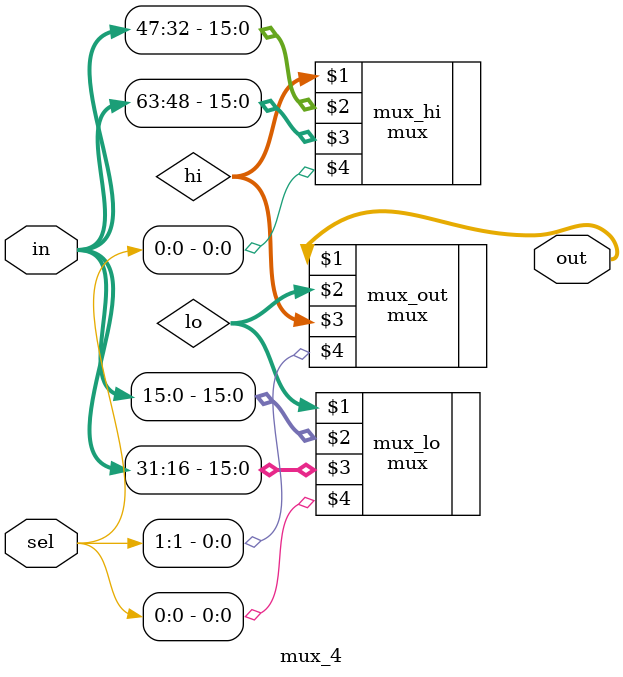
<source format=v>
module mux_4 (out, in, sel);

output wire [15:0] out;
input wire [63:0] in;
input wire [1:0] sel;

wire [15:0] lo, hi;

mux mux_hi (hi, in[47:32], in[63:48], sel[0]);
mux mux_lo (lo, in[15:0], in[31:16], sel[0]);
mux mux_out (out, lo, hi, sel[1]);

endmodule

</source>
